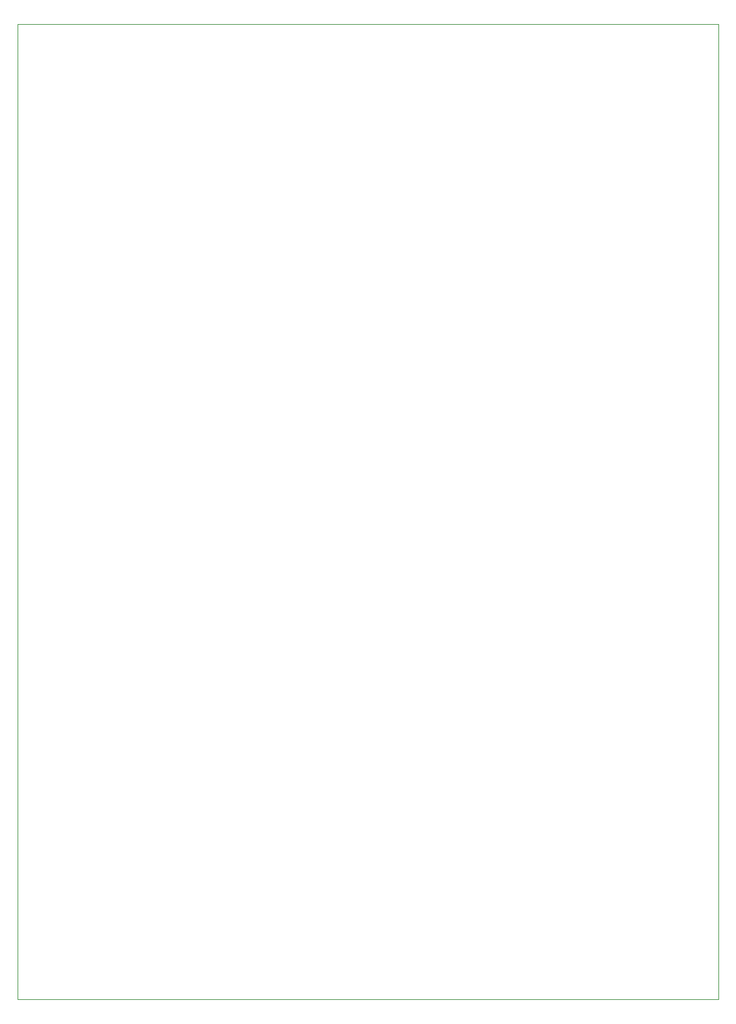
<source format=gbr>
G04 #@! TF.GenerationSoftware,KiCad,Pcbnew,(5.1.0)-1*
G04 #@! TF.CreationDate,2020-06-05T16:09:23+08:00*
G04 #@! TF.ProjectId,vibro_magnet,76696272-6f5f-46d6-9167-6e65742e6b69,rev?*
G04 #@! TF.SameCoordinates,Original*
G04 #@! TF.FileFunction,Profile,NP*
%FSLAX46Y46*%
G04 Gerber Fmt 4.6, Leading zero omitted, Abs format (unit mm)*
G04 Created by KiCad (PCBNEW (5.1.0)-1) date 2020-06-05 16:09:23*
%MOMM*%
%LPD*%
G04 APERTURE LIST*
%ADD10C,0.050000*%
G04 APERTURE END LIST*
D10*
X149800000Y-166310000D02*
X149800000Y-166310000D01*
X149800000Y-39564000D02*
X149800000Y-166310000D01*
X58614000Y-39564000D02*
X149800000Y-39564000D01*
X58614000Y-166310000D02*
X58614000Y-39564000D01*
X149800000Y-166310000D02*
X58614000Y-166310000D01*
M02*

</source>
